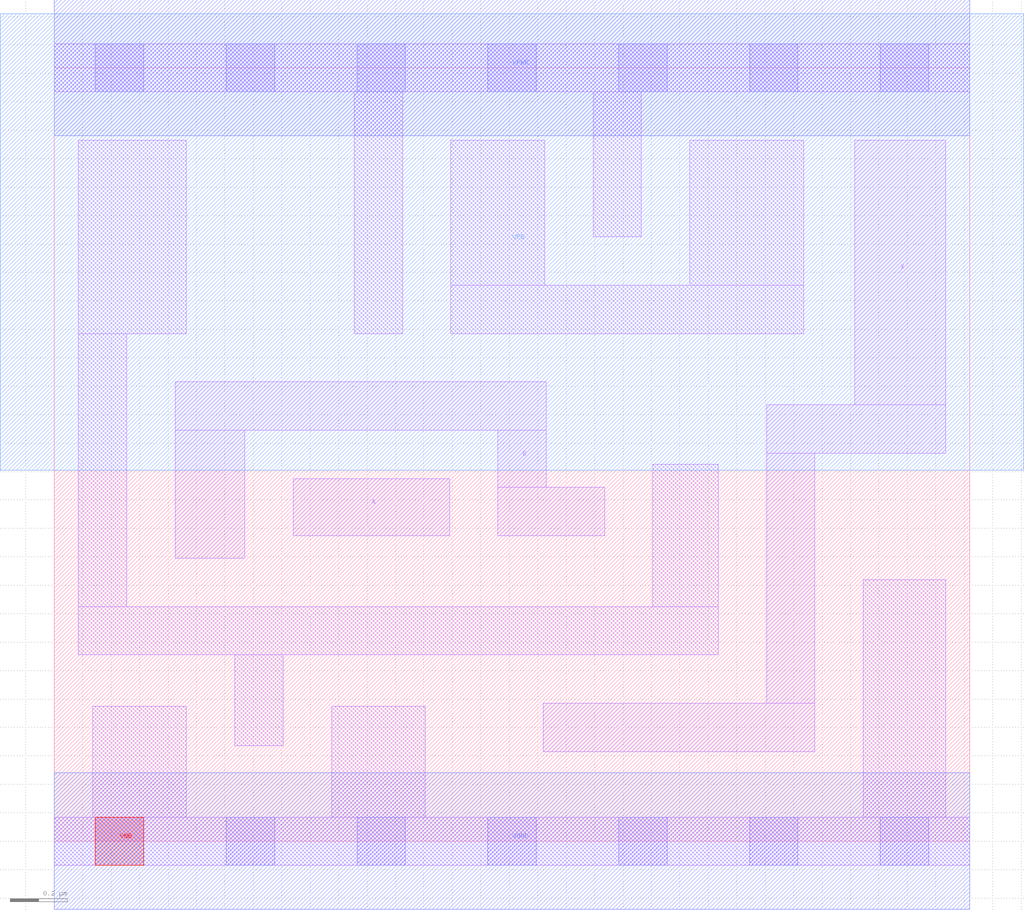
<source format=lef>
# Copyright 2020 The SkyWater PDK Authors
#
# Licensed under the Apache License, Version 2.0 (the "License");
# you may not use this file except in compliance with the License.
# You may obtain a copy of the License at
#
#     https://www.apache.org/licenses/LICENSE-2.0
#
# Unless required by applicable law or agreed to in writing, software
# distributed under the License is distributed on an "AS IS" BASIS,
# WITHOUT WARRANTIES OR CONDITIONS OF ANY KIND, either express or implied.
# See the License for the specific language governing permissions and
# limitations under the License.
#
# SPDX-License-Identifier: Apache-2.0

VERSION 5.7 ;
  NOWIREEXTENSIONATPIN ON ;
  DIVIDERCHAR "/" ;
  BUSBITCHARS "[]" ;
MACRO sky130_fd_sc_hd__xor2_1
  CLASS CORE ;
  FOREIGN sky130_fd_sc_hd__xor2_1 ;
  ORIGIN  0.000000  0.000000 ;
  SIZE  3.220000 BY  2.720000 ;
  SYMMETRY X Y R90 ;
  SITE unithd ;
  PIN A
    ANTENNAGATEAREA  0.495000 ;
    DIRECTION INPUT ;
    USE SIGNAL ;
    PORT
      LAYER li1 ;
        RECT 0.840000 1.075000 1.390000 1.275000 ;
    END
  END A
  PIN B
    ANTENNAGATEAREA  0.495000 ;
    DIRECTION INPUT ;
    USE SIGNAL ;
    PORT
      LAYER li1 ;
        RECT 0.425000 0.995000 0.670000 1.445000 ;
        RECT 0.425000 1.445000 1.730000 1.615000 ;
        RECT 1.560000 1.075000 1.935000 1.245000 ;
        RECT 1.560000 1.245000 1.730000 1.445000 ;
    END
  END B
  PIN VNB
    PORT
      LAYER pwell ;
        RECT 0.145000 -0.085000 0.315000 0.085000 ;
    END
  END VNB
  PIN VPB
    PORT
      LAYER nwell ;
        RECT -0.190000 1.305000 3.410000 2.910000 ;
    END
  END VPB
  PIN X
    ANTENNADIFFAREA  0.800500 ;
    DIRECTION OUTPUT ;
    USE SIGNAL ;
    PORT
      LAYER li1 ;
        RECT 1.720000 0.315000 2.675000 0.485000 ;
        RECT 2.505000 0.485000 2.675000 1.365000 ;
        RECT 2.505000 1.365000 3.135000 1.535000 ;
        RECT 2.815000 1.535000 3.135000 2.465000 ;
    END
  END X
  PIN VGND
    DIRECTION INOUT ;
    SHAPE ABUTMENT ;
    USE GROUND ;
    PORT
      LAYER met1 ;
        RECT 0.000000 -0.240000 3.220000 0.240000 ;
    END
  END VGND
  PIN VPWR
    DIRECTION INOUT ;
    SHAPE ABUTMENT ;
    USE POWER ;
    PORT
      LAYER met1 ;
        RECT 0.000000 2.480000 3.220000 2.960000 ;
    END
  END VPWR
  OBS
    LAYER li1 ;
      RECT 0.000000 -0.085000 3.220000 0.085000 ;
      RECT 0.000000  2.635000 3.220000 2.805000 ;
      RECT 0.085000  0.655000 2.335000 0.825000 ;
      RECT 0.085000  0.825000 0.255000 1.785000 ;
      RECT 0.085000  1.785000 0.465000 2.465000 ;
      RECT 0.135000  0.085000 0.465000 0.475000 ;
      RECT 0.635000  0.335000 0.805000 0.655000 ;
      RECT 0.975000  0.085000 1.305000 0.475000 ;
      RECT 1.055000  1.785000 1.225000 2.635000 ;
      RECT 1.395000  1.785000 2.635000 1.955000 ;
      RECT 1.395000  1.955000 1.725000 2.465000 ;
      RECT 1.895000  2.125000 2.065000 2.635000 ;
      RECT 2.105000  0.825000 2.335000 1.325000 ;
      RECT 2.235000  1.955000 2.635000 2.465000 ;
      RECT 2.845000  0.085000 3.135000 0.920000 ;
    LAYER mcon ;
      RECT 0.145000 -0.085000 0.315000 0.085000 ;
      RECT 0.145000  2.635000 0.315000 2.805000 ;
      RECT 0.605000 -0.085000 0.775000 0.085000 ;
      RECT 0.605000  2.635000 0.775000 2.805000 ;
      RECT 1.065000 -0.085000 1.235000 0.085000 ;
      RECT 1.065000  2.635000 1.235000 2.805000 ;
      RECT 1.525000 -0.085000 1.695000 0.085000 ;
      RECT 1.525000  2.635000 1.695000 2.805000 ;
      RECT 1.985000 -0.085000 2.155000 0.085000 ;
      RECT 1.985000  2.635000 2.155000 2.805000 ;
      RECT 2.445000 -0.085000 2.615000 0.085000 ;
      RECT 2.445000  2.635000 2.615000 2.805000 ;
      RECT 2.905000 -0.085000 3.075000 0.085000 ;
      RECT 2.905000  2.635000 3.075000 2.805000 ;
  END
END sky130_fd_sc_hd__xor2_1
END LIBRARY

</source>
